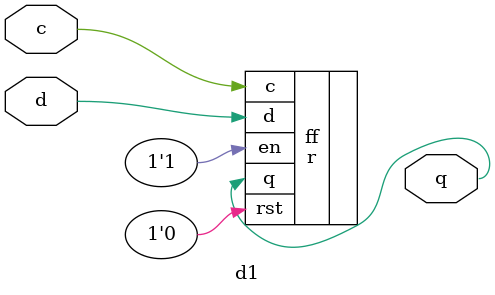
<source format=v>
`timescale 1ns/1ns
module d1
#(parameter W=1)
(input c, input [W-1:0] d, output [W-1:0] q);

r #(W) ff(.c(c), .rst(1'b0), .en(1'b1), .d(d), .q(q));

endmodule

</source>
